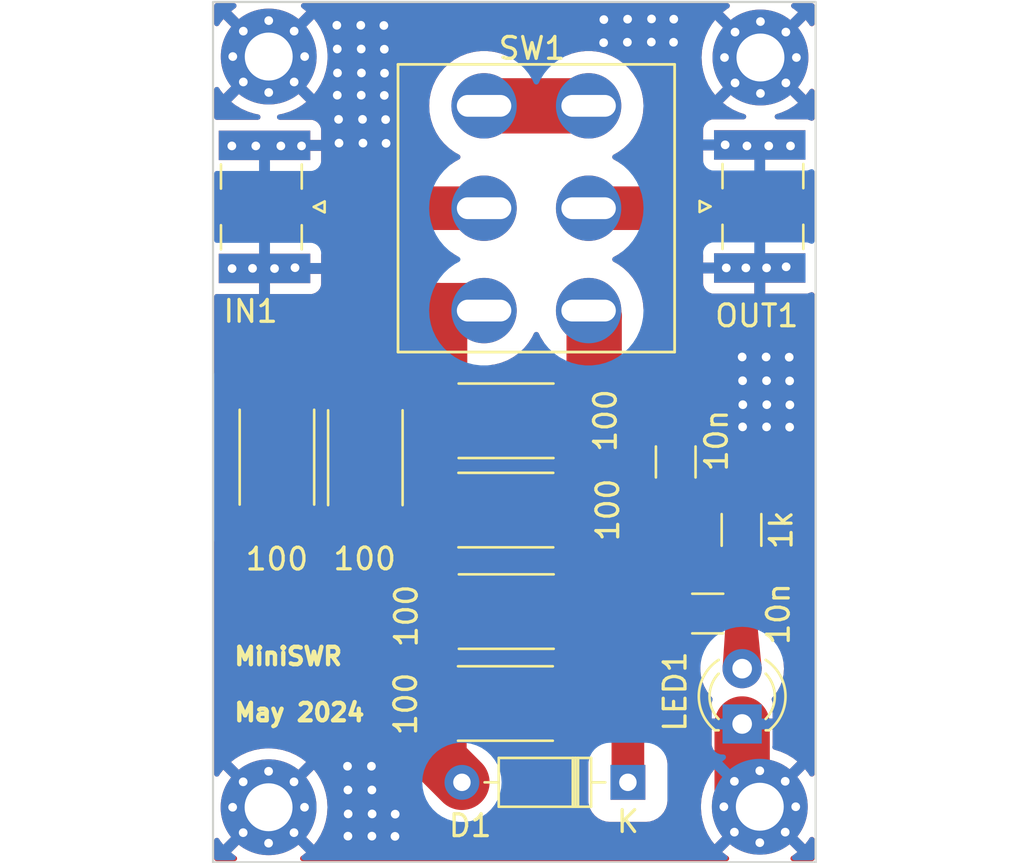
<source format=kicad_pcb>
(kicad_pcb (version 20240225) (generator "pcbnew") (generator_version "8.99")
  (layers (0 "F.Cu" signal) (31 "B.Cu" signal) (34 "B.Paste" user) (35 "F.Paste" user) (36 "B.SilkS" user "B.Silkscreen") (37 "F.SilkS" user "F.Silkscreen") (38 "B.Mask" user) (39 "F.Mask" user) (44 "Edge.Cuts" user))
  (net 0 "")
  (net 1 "Net-(D1-K)")
  (net 2 "Net-(SW1B-C)")
  (net 3 "GND")
  (net 4 "Net-(LED1-A)")
  (net 5 "Net-(D1-A)")
  (net 6 "Net-(SW1A-C)")
  (net 7 "Net-(SW1A-A)")
  (net 8 "Net-(J1-In)")
  (net 9 "Net-(J2-In)")
  (footprint "Capacitor_SMD:C_1206_3216Metric_Pad1.33x1.80mm_HandSolder" (layer "F.Cu") (at 139.33 86.36 -90)
    (property "Reference" "C1" (hide yes))
    (property "Value" "10n" (at -0.98 -1.87 90) (layer "F.SilkS"))
    (fp_line (start -0.711252 0.91) (end 0.711252 0.91) (stroke (width 0.12)) (layer "F.SilkS"))
    (fp_line (start -0.711252 -0.91) (end 0.711252 -0.91) (stroke (width 0.12)) (layer "F.SilkS"))
    (pad "1" smd roundrect (at -1.5625 0 270) (size 1.325 1.8) (layers "F.Cu" "F.Paste" "F.Mask") (roundrect_rratio 0.188679) (net 2 "Net-(SW1B-C)"))
    (pad "2" smd roundrect (at 1.5625 0 270) (size 1.325 1.8) (layers "F.Cu" "F.Paste" "F.Mask") (roundrect_rratio 0.188679) (net 1 "Net-(D1-K)"))
  )
  (footprint "MountingHole:MountingHole_2.2mm_M2_Pad_Via" (layer "F.Cu") (at 120.636726 102.213274)
    (property "Reference" "H4" (hide yes))
    (property "Value" "MountingHole_Pad" (hide yes))
    (pad "1" thru_hole circle (at -1.65 0) (size 0.7 0.7) (drill 0.4) (layers "*.Cu" "*.Mask") (net 3 "GND"))
    (pad "1" thru_hole circle (at -1.166726 -1.166726) (size 0.7 0.7) (drill 0.4) (layers "*.Cu" "*.Mask") (net 3 "GND"))
    (pad "1" thru_hole circle (at -1.166726 1.166726) (size 0.7 0.7) (drill 0.4) (layers "*.Cu" "*.Mask") (net 3 "GND"))
    (pad "1" thru_hole circle (at 0 -1.65) (size 0.7 0.7) (drill 0.4) (layers "*.Cu" "*.Mask") (net 3 "GND"))
    (pad "1" thru_hole circle (at 0 0) (size 4.4 4.4) (drill 2.2) (layers "*.Cu" "*.Mask") (net 3 "GND"))
    (pad "1" thru_hole circle (at 0 1.65) (size 0.7 0.7) (drill 0.4) (layers "*.Cu" "*.Mask") (net 3 "GND"))
    (pad "1" thru_hole circle (at 1.166726 -1.166726) (size 0.7 0.7) (drill 0.4) (layers "*.Cu" "*.Mask") (net 3 "GND"))
    (pad "1" thru_hole circle (at 1.166726 1.166726) (size 0.7 0.7) (drill 0.4) (layers "*.Cu" "*.Mask") (net 3 "GND"))
    (pad "1" thru_hole circle (at 1.65 0) (size 0.7 0.7) (drill 0.4) (layers "*.Cu" "*.Mask") (net 3 "GND"))
  )
  (footprint "Diode_THT:D_DO-35_SOD27_P7.62mm_Horizontal" (layer "F.Cu") (at 137.133984 101.07 180)
    (property "Reference" "D1" (at 7.24 -1.99 180) (layer "F.SilkS"))
    (property "Value" "1N5711" (hide yes))
    (fp_line (start 6.58 0) (end 5.93 0) (stroke (width 0.12)) (layer "F.SilkS"))
    (fp_line (start 5.93 1.12) (end 5.93 -1.12) (stroke (width 0.12)) (layer "F.SilkS"))
    (fp_line (start 5.93 -1.12) (end 1.69 -1.12) (stroke (width 0.12)) (layer "F.SilkS"))
    (fp_line (start 2.53 -1.12) (end 2.53 1.12) (stroke (width 0.12)) (layer "F.SilkS"))
    (fp_line (start 2.41 -1.12) (end 2.41 1.12) (stroke (width 0.12)) (layer "F.SilkS"))
    (fp_line (start 2.29 -1.12) (end 2.29 1.12) (stroke (width 0.12)) (layer "F.SilkS"))
    (fp_line (start 1.69 1.12) (end 5.93 1.12) (stroke (width 0.12)) (layer "F.SilkS"))
    (fp_line (start 1.69 -1.12) (end 1.69 1.12) (stroke (width 0.12)) (layer "F.SilkS"))
    (fp_line (start 1.04 0) (end 1.69 0) (stroke (width 0.12)) (layer "F.SilkS"))
    (fp_text user "K" (at 0 -1.8 180) (layer "F.SilkS"))
    (pad "1" thru_hole rect (at 0 0 180) (size 1.6 1.6) (drill 0.8) (layers "*.Cu" "*.Mask") (net 1 "Net-(D1-K)"))
    (pad "2" thru_hole oval (at 7.62 0 180) (size 1.6 1.6) (drill 0.8) (layers "*.Cu" "*.Mask") (net 5 "Net-(D1-A)"))
  )
  (footprint "footprints:MTS-203 Switch" (layer "F.Cu") (at 132.93 74.71)
    (property "Reference" "SW1" (at -0.2 -7.34 0) (layer "F.SilkS"))
    (property "Value" "SW_DPDT_x2" (hide yes))
    (fp_line (start -6.35 -6.604) (end 6.35 -6.604) (stroke (width 0.127)) (layer "F.SilkS"))
    (fp_line (start -6.35 6.604) (end -6.35 -6.604) (stroke (width 0.127)) (layer "F.SilkS"))
    (fp_line (start 6.35 -6.604) (end 6.35 6.604) (stroke (width 0.127)) (layer "F.SilkS"))
    (fp_line (start 6.35 6.604) (end -6.35 6.604) (stroke (width 0.127)) (layer "F.SilkS"))
    (pad "1" thru_hole circle (at -2.4 -4.7) (size 3 3) (drill oval 2.5 1) (layers "*.Cu" "*.Mask") (net 7 "Net-(SW1A-A)"))
    (pad "2" thru_hole circle (at -2.4 0) (size 3 3) (drill oval 2.5 1) (layers "*.Cu" "*.Mask") (net 8 "Net-(J1-In)"))
    (pad "3" thru_hole circle (at -2.4 4.7) (size 3 3) (drill oval 2.5 1) (layers "*.Cu" "*.Mask") (net 6 "Net-(SW1A-C)"))
    (pad "4" thru_hole circle (at 2.4 -4.7) (size 3 3) (drill oval 2.5 1) (layers "*.Cu" "*.Mask") (net 7 "Net-(SW1A-A)"))
    (pad "5" thru_hole circle (at 2.4 0) (size 3 3) (drill oval 2.5 1) (layers "*.Cu" "*.Mask") (net 9 "Net-(J2-In)"))
    (pad "6" thru_hole circle (at 2.4 4.7) (size 3 3) (drill oval 2.5 1) (layers "*.Cu" "*.Mask") (net 2 "Net-(SW1B-C)"))
  )
  (footprint "Resistor_SMD:R_2512_6332Metric_Pad1.40x3.35mm_HandSolder" (layer "F.Cu") (at 131.53 88.57)
    (property "Reference" "R6" (hide yes))
    (property "Value" "100" (at 4.68 -0.01 90) (layer "F.SilkS"))
    (fp_line (start -2.177064 -1.71) (end 2.177064 -1.71) (stroke (width 0.12)) (layer "F.SilkS"))
    (fp_line (start -2.177064 1.71) (end 2.177064 1.71) (stroke (width 0.12)) (layer "F.SilkS"))
    (pad "1" smd roundrect (at -3.05 0) (size 1.4 3.35) (layers "F.Cu" "F.Paste" "F.Mask") (roundrect_rratio 0.178571) (net 6 "Net-(SW1A-C)"))
    (pad "2" smd roundrect (at 3.05 0) (size 1.4 3.35) (layers "F.Cu" "F.Paste" "F.Mask") (roundrect_rratio 0.178571) (net 2 "Net-(SW1B-C)"))
  )
  (footprint "Resistor_SMD:R_2512_6332Metric_Pad1.40x3.35mm_HandSolder" (layer "F.Cu") (at 131.54 84.47)
    (property "Reference" "R3" (hide yes))
    (property "Value" "100" (at 4.56 -0.01 90) (layer "F.SilkS"))
    (fp_line (start -2.177064 -1.71) (end 2.177064 -1.71) (stroke (width 0.12)) (layer "F.SilkS"))
    (fp_line (start -2.177064 1.71) (end 2.177064 1.71) (stroke (width 0.12)) (layer "F.SilkS"))
    (pad "1" smd roundrect (at -3.05 0) (size 1.4 3.35) (layers "F.Cu" "F.Paste" "F.Mask") (roundrect_rratio 0.178571) (net 6 "Net-(SW1A-C)"))
    (pad "2" smd roundrect (at 3.05 0) (size 1.4 3.35) (layers "F.Cu" "F.Paste" "F.Mask") (roundrect_rratio 0.178571) (net 2 "Net-(SW1B-C)"))
  )
  (footprint "Resistor_SMD:R_2512_6332Metric_Pad1.40x3.35mm_HandSolder" (layer "F.Cu") (at 131.51 97.45 180)
    (property "Reference" "R7" (hide yes))
    (property "Value" "100" (at 4.58 -0.02 -90) (layer "F.SilkS"))
    (fp_line (start -2.177064 1.71) (end 2.177064 1.71) (stroke (width 0.12)) (layer "F.SilkS"))
    (fp_line (start -2.177064 -1.71) (end 2.177064 -1.71) (stroke (width 0.12)) (layer "F.SilkS"))
    (pad "1" smd roundrect (at -3.05 0 180) (size 1.4 3.35) (layers "F.Cu" "F.Paste" "F.Mask") (roundrect_rratio 0.178571) (net 3 "GND"))
    (pad "2" smd roundrect (at 3.05 0 180) (size 1.4 3.35) (layers "F.Cu" "F.Paste" "F.Mask") (roundrect_rratio 0.178571) (net 5 "Net-(D1-A)"))
  )
  (footprint "MountingHole:MountingHole_2.2mm_M2_Pad_Via" (layer "F.Cu") (at 143.19 102.19)
    (property "Reference" "H3" (hide yes))
    (property "Value" "MountingHole_Pad" (hide yes))
    (pad "1" thru_hole circle (at -1.65 0) (size 0.7 0.7) (drill 0.4) (layers "*.Cu" "*.Mask") (net 3 "GND"))
    (pad "1" thru_hole circle (at -1.166726 -1.166726) (size 0.7 0.7) (drill 0.4) (layers "*.Cu" "*.Mask") (net 3 "GND"))
    (pad "1" thru_hole circle (at -1.166726 1.166726) (size 0.7 0.7) (drill 0.4) (layers "*.Cu" "*.Mask") (net 3 "GND"))
    (pad "1" thru_hole circle (at 0 -1.65) (size 0.7 0.7) (drill 0.4) (layers "*.Cu" "*.Mask") (net 3 "GND"))
    (pad "1" thru_hole circle (at 0 0) (size 4.4 4.4) (drill 2.2) (layers "*.Cu" "*.Mask") (net 3 "GND"))
    (pad "1" thru_hole circle (at 0 1.65) (size 0.7 0.7) (drill 0.4) (layers "*.Cu" "*.Mask") (net 3 "GND"))
    (pad "1" thru_hole circle (at 1.166726 -1.166726) (size 0.7 0.7) (drill 0.4) (layers "*.Cu" "*.Mask") (net 3 "GND"))
    (pad "1" thru_hole circle (at 1.166726 1.166726) (size 0.7 0.7) (drill 0.4) (layers "*.Cu" "*.Mask") (net 3 "GND"))
    (pad "1" thru_hole circle (at 1.65 0) (size 0.7 0.7) (drill 0.4) (layers "*.Cu" "*.Mask") (net 3 "GND"))
  )
  (footprint "Resistor_SMD:R_2512_6332Metric_Pad1.40x3.35mm_HandSolder" (layer "F.Cu") (at 125.08 86.165 90)
    (property "Reference" "R1" (hide yes))
    (property "Value" "100" (at -4.645 -0.03 180) (layer "F.SilkS"))
    (fp_line (start -2.177064 -1.71) (end 2.177064 -1.71) (stroke (width 0.12)) (layer "F.SilkS"))
    (fp_line (start -2.177064 1.71) (end 2.177064 1.71) (stroke (width 0.12)) (layer "F.SilkS"))
    (pad "1" smd roundrect (at -3.05 0 90) (size 1.4 3.35) (layers "F.Cu" "F.Paste" "F.Mask") (roundrect_rratio 0.178571) (net 5 "Net-(D1-A)"))
    (pad "2" smd roundrect (at 3.05 0 90) (size 1.4 3.35) (layers "F.Cu" "F.Paste" "F.Mask") (roundrect_rratio 0.178571) (net 6 "Net-(SW1A-C)"))
  )
  (footprint "footprints:SMA_Samtec_SMA-J-P-X-ST-EM1_EdgeMount" (layer "F.Cu") (at 143.1875 74.63 90)
    (property "Reference" "J2" (hide yes))
    (property "Value" "OUT1" (at -5.02 -0.1375 0) (layer "F.SilkS"))
    (fp_line (start 0.25 -2.76) (end -0.25 -2.76) (stroke (width 0.12)) (layer "F.SilkS"))
    (fp_line (start -0.25 -2.76) (end 0 -2.26) (stroke (width 0.12)) (layer "F.SilkS"))
    (fp_line (start 0 -2.26) (end 0.25 -2.76) (stroke (width 0.12)) (layer "F.SilkS"))
    (fp_line (start 0.84 -1.71) (end 1.95 -1.71) (stroke (width 0.12)) (layer "F.SilkS"))
    (fp_line (start -1.95 -1.71) (end -0.84 -1.71) (stroke (width 0.12)) (layer "F.SilkS"))
    (fp_line (start 0.84 2) (end 1.95 2) (stroke (width 0.12)) (layer "F.SilkS"))
    (fp_line (start -1.95 2) (end -0.84 2) (stroke (width 0.12)) (layer "F.SilkS"))
    (pad "1" smd rect (at 0 0.2 90) (size 1.27 3.6) (layers "F.Cu" "F.Paste" "F.Mask") (net 9 "Net-(J2-In)"))
    (pad "2" smd rect (at -2.825 0 90) (size 1.35 4.2) (layers "F.Cu" "F.Paste" "F.Mask") (net 3 "GND"))
    (pad "2" smd rect (at -2.825 0 90) (size 1.35 4.2) (layers "B.Cu" "B.Paste" "B.Mask") (net 3 "GND"))
    (pad "2" smd rect (at 2.825 0 90) (size 1.35 4.2) (layers "F.Cu" "F.Paste" "F.Mask") (net 3 "GND"))
    (pad "2" smd rect (at 2.825 0 90) (size 1.35 4.2) (layers "B.Cu" "B.Paste" "B.Mask") (net 3 "GND"))
  )
  (footprint "Capacitor_SMD:C_1206_3216Metric_Pad1.33x1.80mm_HandSolder" (layer "F.Cu") (at 140.8 93.32 180)
    (property "Reference" "C2" (hide yes))
    (property "Value" "10n" (at -3.24 -0.02 -90) (layer "F.SilkS"))
    (fp_line (start -0.711252 0.91) (end 0.711252 0.91) (stroke (width 0.12)) (layer "F.SilkS"))
    (fp_line (start -0.711252 -0.91) (end 0.711252 -0.91) (stroke (width 0.12)) (layer "F.SilkS"))
    (pad "1" smd roundrect (at -1.5625 0 180) (size 1.325 1.8) (layers "F.Cu" "F.Paste" "F.Mask") (roundrect_rratio 0.188679) (net 4 "Net-(LED1-A)"))
    (pad "2" smd roundrect (at 1.5625 0 180) (size 1.325 1.8) (layers "F.Cu" "F.Paste" "F.Mask") (roundrect_rratio 0.188679) (net 3 "GND"))
  )
  (footprint "MountingHole:MountingHole_2.2mm_M2_Pad_Via" (layer "F.Cu") (at 120.643274 67.746726)
    (property "Reference" "H1" (hide yes))
    (property "Value" "MountingHole_Pad" (hide yes))
    (pad "1" thru_hole circle (at -1.65 0) (size 0.7 0.7) (drill 0.4) (layers "*.Cu" "*.Mask") (net 3 "GND"))
    (pad "1" thru_hole circle (at -1.166726 -1.166726) (size 0.7 0.7) (drill 0.4) (layers "*.Cu" "*.Mask") (net 3 "GND"))
    (pad "1" thru_hole circle (at -1.166726 1.166726) (size 0.7 0.7) (drill 0.4) (layers "*.Cu" "*.Mask") (net 3 "GND"))
    (pad "1" thru_hole circle (at 0 -1.65) (size 0.7 0.7) (drill 0.4) (layers "*.Cu" "*.Mask") (net 3 "GND"))
    (pad "1" thru_hole circle (at 0 0) (size 4.4 4.4) (drill 2.2) (layers "*.Cu" "*.Mask") (net 3 "GND"))
    (pad "1" thru_hole circle (at 0 1.65) (size 0.7 0.7) (drill 0.4) (layers "*.Cu" "*.Mask") (net 3 "GND"))
    (pad "1" thru_hole circle (at 1.166726 -1.166726) (size 0.7 0.7) (drill 0.4) (layers "*.Cu" "*.Mask") (net 3 "GND"))
    (pad "1" thru_hole circle (at 1.166726 1.166726) (size 0.7 0.7) (drill 0.4) (layers "*.Cu" "*.Mask") (net 3 "GND"))
    (pad "1" thru_hole circle (at 1.65 0) (size 0.7 0.7) (drill 0.4) (layers "*.Cu" "*.Mask") (net 3 "GND"))
  )
  (footprint "LED_THT:LED_D3.0mm" (layer "F.Cu") (at 142.38 98.39 90)
    (property "Reference" "LED1" (at 1.49 -3.08 -90) (layer "F.SilkS"))
    (property "Value" "LED" (hide yes))
    (fp_line (start -0.29 -1.236) (end -0.29 -1.08) (stroke (width 0.12)) (layer "F.SilkS"))
    (fp_line (start -0.29 1.08) (end -0.29 1.236) (stroke (width 0.12)) (layer "F.SilkS"))
    (fp_arc (start -0.29 -1.235516) (mid 1.366487 -1.987659) (end 2.942335 -1.078608) (stroke (width 0.12)) (layer "F.SilkS"))
    (fp_arc (start 0.229039 -1.08) (mid 1.270117 -1.5) (end 2.31113 -1.079837) (stroke (width 0.12)) (layer "F.SilkS"))
    (fp_arc (start 2.942335 1.078608) (mid 1.366487 1.987659) (end -0.29 1.235516) (stroke (width 0.12)) (layer "F.SilkS"))
    (fp_arc (start 2.31113 1.079837) (mid 1.270117 1.5) (end 0.229039 1.08) (stroke (width 0.12)) (layer "F.SilkS"))
    (pad "1" thru_hole rect (at 0 0 90) (size 1.8 1.8) (drill 0.9) (layers "*.Cu" "*.Mask") (net 3 "GND"))
    (pad "2" thru_hole circle (at 2.54 0 90) (size 1.8 1.8) (drill 0.9) (layers "*.Cu" "*.Mask") (net 4 "Net-(LED1-A)"))
  )
  (footprint "Resistor_SMD:R_2512_6332Metric_Pad1.40x3.35mm_HandSolder" (layer "F.Cu") (at 131.55 93.23 180)
    (property "Reference" "R2" (hide yes))
    (property "Value" "100" (at 4.59 -0.2 -90) (layer "F.SilkS"))
    (fp_line (start -2.177064 1.71) (end 2.177064 1.71) (stroke (width 0.12)) (layer "F.SilkS"))
    (fp_line (start -2.177064 -1.71) (end 2.177064 -1.71) (stroke (width 0.12)) (layer "F.SilkS"))
    (pad "1" smd roundrect (at -3.05 0 180) (size 1.4 3.35) (layers "F.Cu" "F.Paste" "F.Mask") (roundrect_rratio 0.178571) (net 3 "GND"))
    (pad "2" smd roundrect (at 3.05 0 180) (size 1.4 3.35) (layers "F.Cu" "F.Paste" "F.Mask") (roundrect_rratio 0.178571) (net 5 "Net-(D1-A)"))
  )
  (footprint "Resistor_SMD:R_1206_3216Metric_Pad1.30x1.75mm_HandSolder" (layer "F.Cu") (at 142.35 89.48 90)
    (property "Reference" "R4" (hide yes))
    (property "Value" "1k" (at 0 1.82 90) (layer "F.SilkS"))
    (fp_line (start -0.727064 -0.91) (end 0.727064 -0.91) (stroke (width 0.12)) (layer "F.SilkS"))
    (fp_line (start -0.727064 0.91) (end 0.727064 0.91) (stroke (width 0.12)) (layer "F.SilkS"))
    (pad "1" smd roundrect (at -1.55 0 90) (size 1.3 1.75) (layers "F.Cu" "F.Paste" "F.Mask") (roundrect_rratio 0.192308) (net 4 "Net-(LED1-A)"))
    (pad "2" smd roundrect (at 1.55 0 90) (size 1.3 1.75) (layers "F.Cu" "F.Paste" "F.Mask") (roundrect_rratio 0.192308) (net 1 "Net-(D1-K)"))
  )
  (footprint "footprints:SMA_Samtec_SMA-J-P-X-ST-EM1_EdgeMount" (layer "F.Cu") (at 120.45 74.65 -90)
    (property "Reference" "J1" (hide yes))
    (property "Value" "IN1" (at 4.795 0.64 180) (layer "F.SilkS"))
    (fp_line (start -1.95 2) (end -0.84 2) (stroke (width 0.12)) (layer "F.SilkS"))
    (fp_line (start 0.84 2) (end 1.95 2) (stroke (width 0.12)) (layer "F.SilkS"))
    (fp_line (start -1.95 -1.71) (end -0.84 -1.71) (stroke (width 0.12)) (layer "F.SilkS"))
    (fp_line (start 0.84 -1.71) (end 1.95 -1.71) (stroke (width 0.12)) (layer "F.SilkS"))
    (fp_line (start 0 -2.26) (end 0.25 -2.76) (stroke (width 0.12)) (layer "F.SilkS"))
    (fp_line (start -0.25 -2.76) (end 0 -2.26) (stroke (width 0.12)) (layer "F.SilkS"))
    (fp_line (start 0.25 -2.76) (end -0.25 -2.76) (stroke (width 0.12)) (layer "F.SilkS"))
    (pad "1" smd rect (at 0 0.2 270) (size 1.27 3.6) (layers "F.Cu" "F.Paste" "F.Mask") (net 8 "Net-(J1-In)"))
    (pad "2" smd rect (at -2.825 0 270) (size 1.35 4.2) (layers "F.Cu" "F.Paste" "F.Mask") (net 3 "GND"))
    (pad "2" smd rect (at -2.825 0 270) (size 1.35 4.2) (layers "B.Cu" "B.Paste" "B.Mask") (net 3 "GND"))
    (pad "2" smd rect (at 2.825 0 270) (size 1.35 4.2) (layers "F.Cu" "F.Paste" "F.Mask") (net 3 "GND"))
    (pad "2" smd rect (at 2.825 0 270) (size 1.35 4.2) (layers "B.Cu" "B.Paste" "B.Mask") (net 3 "GND"))
  )
  (footprint "MountingHole:MountingHole_2.2mm_M2_Pad_Via" (layer "F.Cu") (at 143.22 67.79)
    (property "Reference" "H2" (hide yes))
    (property "Value" "MountingHole_Pad" (hide yes))
    (pad "1" thru_hole circle (at -1.65 0) (size 0.7 0.7) (drill 0.4) (layers "*.Cu" "*.Mask") (net 3 "GND"))
    (pad "1" thru_hole circle (at -1.166726 -1.166726) (size 0.7 0.7) (drill 0.4) (layers "*.Cu" "*.Mask") (net 3 "GND"))
    (pad "1" thru_hole circle (at -1.166726 1.166726) (size 0.7 0.7) (drill 0.4) (layers "*.Cu" "*.Mask") (net 3 "GND"))
    (pad "1" thru_hole circle (at 0 -1.65) (size 0.7 0.7) (drill 0.4) (layers "*.Cu" "*.Mask") (net 3 "GND"))
    (pad "1" thru_hole circle (at 0 0) (size 4.4 4.4) (drill 2.2) (layers "*.Cu" "*.Mask") (net 3 "GND"))
    (pad "1" thru_hole circle (at 0 1.65) (size 0.7 0.7) (drill 0.4) (layers "*.Cu" "*.Mask") (net 3 "GND"))
    (pad "1" thru_hole circle (at 1.166726 -1.166726) (size 0.7 0.7) (drill 0.4) (layers "*.Cu" "*.Mask") (net 3 "GND"))
    (pad "1" thru_hole circle (at 1.166726 1.166726) (size 0.7 0.7) (drill 0.4) (layers "*.Cu" "*.Mask") (net 3 "GND"))
    (pad "1" thru_hole circle (at 1.65 0) (size 0.7 0.7) (drill 0.4) (layers "*.Cu" "*.Mask") (net 3 "GND"))
  )
  (footprint "Resistor_SMD:R_2512_6332Metric_Pad1.40x3.35mm_HandSolder" (layer "F.Cu") (at 121.02 86.14 90)
    (property "Reference" "R5" (hide yes))
    (property "Value" "100" (at -4.68 0 0) (layer "F.SilkS"))
    (fp_line (start -2.177064 -1.71) (end 2.177064 -1.71) (stroke (width 0.12)) (layer "F.SilkS"))
    (fp_line (start -2.177064 1.71) (end 2.177064 1.71) (stroke (width 0.12)) (layer "F.SilkS"))
    (pad "1" smd roundrect (at -3.05 0 90) (size 1.4 3.35) (layers "F.Cu" "F.Paste" "F.Mask") (roundrect_rratio 0.178571) (net 5 "Net-(D1-A)"))
    (pad "2" smd roundrect (at 3.05 0 90) (size 1.4 3.35) (layers "F.Cu" "F.Paste" "F.Mask") (roundrect_rratio 0.178571) (net 6 "Net-(SW1A-C)"))
  )
  (gr_rect (start 118.085 65.24) (end 145.755 104.74) (stroke (width 0.1)) (fill none) (layer "Edge.Cuts"))
  (gr_text "MiniSWR\n\nMay 2024" (at 118.97 98.33 0) (layer "F.SilkS") (effects (font (size 0.8 0.8) (thickness 0.2) (bold yes)) (justify left bottom)))
  (segment (start 137.133984 90.118516) (end 139.33 87.9225) (width 1.5) (layer "F.Cu") (net 1))
  (segment (start 139.33 87.9225) (end 142.8375 87.9225) (width 1.5) (layer "F.Cu") (net 1))
  (segment (start 137.133984 101.07) (end 137.133984 90.118516) (width 1.5) (layer "F.Cu") (net 1))
  (segment (start 135.7925 84.7975) (end 135.585 84.59) (width 2) (layer "F.Cu") (net 2))
  (segment (start 135.585 84.59) (end 135.585 79.665) (width 2.54) (layer "F.Cu") (net 2))
  (segment (start 139.33 84.7975) (end 135.7925 84.7975) (width 2) (layer "F.Cu") (net 2))
  (segment (start 135.585 79.665) (end 135.33 79.41) (width 2.54) (layer "F.Cu") (net 2))
  (segment (start 134.59 84.47) (end 134.59 88.56) (width 2.54) (layer "F.Cu") (net 2))
  (segment (start 142.38 101.38) (end 143.19 102.19) (width 2.54) (layer "F.Cu") (net 3))
  (segment (start 142.38 98.39) (end 142.38 101.38) (width 2.54) (layer "F.Cu") (net 3))
  (via (at 118.96 77.48) (size 0.8) (drill 0.4) (layers "F.Cu" "B.Cu") (net 3))
  (via (at 143.5 77.45) (size 0.8) (drill 0.4) (layers "F.Cu" "B.Cu") (net 3))
  (via (at 126.01 70.64) (size 0.8) (drill 0.4) (layers "F.Cu" "B.Cu") (net 3))
  (via (at 125.36 100.33) (size 0.8) (drill 0.4) (layers "F.Cu" "B.Cu") (net 3))
  (via (at 125.38 101.42) (size 0.8) (drill 0.4) (layers "F.Cu" "B.Cu") (net 3))
  (via (at 142.41 83.73) (size 0.8) (drill 0.4) (layers "F.Cu" "B.Cu") (net 3))
  (via (at 142.38 81.54) (size 0.8) (drill 0.4) (layers "F.Cu" "B.Cu") (net 3))
  (via (at 136.02 67.11) (size 0.8) (drill 0.4) (layers "F.Cu" "B.Cu") (net 3))
  (via (at 123.87 71.72) (size 0.8) (drill 0.4) (layers "F.Cu" "B.Cu") (net 3))
  (via (at 143.51 83.73) (size 0.8) (drill 0.4) (layers "F.Cu" "B.Cu") (net 3))
  (via (at 120.05 71.85) (size 0.8) (drill 0.4) (layers "F.Cu" "B.Cu") (net 3))
  (via (at 124.89 67.4) (size 0.8) (drill 0.4) (layers "F.Cu" "B.Cu") (net 3))
  (via (at 119.9 77.47) (size 0.8) (drill 0.4) (layers "F.Cu" "B.Cu") (net 3))
  (via (at 121.2 71.85) (size 0.8) (drill 0.4) (layers "F.Cu" "B.Cu") (net 3))
  (via (at 124.89 69.52) (size 0.8) (drill 0.4) (layers "F.Cu" "B.Cu") (net 3))
  (via (at 125.38 103.54) (size 0.8) (drill 0.4) (layers "F.Cu" "B.Cu") (net 3))
  (via (at 144.4 77.4) (size 0.8) (drill 0.4) (layers "F.Cu" "B.Cu") (net 3))
  (via (at 143.5 82.63) (size 0.8) (drill 0.4) (layers "F.Cu" "B.Cu") (net 3))
  (via (at 143.6 71.85) (size 0.8) (drill 0.4) (layers "F.Cu" "B.Cu") (net 3))
  (via (at 143.48 81.54) (size 0.8) (drill 0.4) (layers "F.Cu" "B.Cu") (net 3))
  (via (at 123.79 69.52) (size 0.8) (drill 0.4) (layers "F.Cu" "B.Cu") (net 3))
  (via (at 125.95 67.41) (size 0.8) (drill 0.4) (layers "F.Cu" "B.Cu") (net 3))
  (via (at 138.21 67.08) (size 0.8) (drill 0.4) (layers "F.Cu" "B.Cu") (net 3))
  (via (at 144.54 81.55) (size 0.8) (drill 0.4) (layers "F.Cu" "B.Cu") (net 3))
  (via (at 141.6 71.8) (size 0.8) (drill 0.4) (layers "F.Cu" "B.Cu") (net 3))
  (via (at 124.87 66.31) (size 0.8) (drill 0.4) (layers "F.Cu" "B.Cu") (net 3))
  (via (at 126.45 102.53) (size 0.8) (drill 0.4) (layers "F.Cu" "B.Cu") (net 3))
  (via (at 144.57 83.74) (size 0.8) (drill 0.4) (layers "F.Cu" "B.Cu") (net 3))
  (via (at 124.95 70.63) (size 0.8) (drill 0.4) (layers "F.Cu" "B.Cu") (net 3))
  (via (at 125.95 69.53) (size 0.8) (drill 0.4) (layers "F.Cu" "B.Cu") (net 3))
  (via (at 125.96 68.51) (size 0.8) (drill 0.4) (layers "F.Cu" "B.Cu") (net 3))
  (via (at 126.44 103.55) (size 0.8) (drill 0.4) (layers "F.Cu" "B.Cu") (net 3))
  (via (at 144.6 71.85) (size 0.8) (drill 0.4) (layers "F.Cu" "B.Cu") (net 3))
  (via (at 126.03 71.73) (size 0.8) (drill 0.4) (layers "F.Cu" "B.Cu") (net 3))
  (via (at 118.95 71.85) (size 0.8) (drill 0.4) (layers "F.Cu" "B.Cu") (net 3))
  (via (at 142.4 84.75) (size 0.8) (drill 0.4) (layers "F.Cu" "B.Cu") (net 3))
  (via (at 124.28 101.42) (size 0.8) (drill 0.4) (layers "F.Cu" "B.Cu") (net 3))
  (via (at 142.55 77.45) (size 0.8) (drill 0.4) (layers "F.Cu" "B.Cu") (net 3))
  (via (at 124.97 71.72) (size 0.8) (drill 0.4) (layers "F.Cu" "B.Cu") (net 3))
  (via (at 143.5 84.75) (size 0.8) (drill 0.4) (layers "F.Cu" "B.Cu") (net 3))
  (via (at 123.79 67.4) (size 0.8) (drill 0.4) (layers "F.Cu" "B.Cu") (net 3))
  (via (at 142.6 71.85) (size 0.8) (drill 0.4) (layers "F.Cu" "B.Cu") (net 3))
  (via (at 139.23 67.09) (size 0.8) (drill 0.4) (layers "F.Cu" "B.Cu") (net 3))
  (via (at 121.85 77.44) (size 0.8) (drill 0.4) (layers "F.Cu" "B.Cu") (net 3))
  (via (at 124.28 103.54) (size 0.8) (drill 0.4) (layers "F.Cu" "B.Cu") (net 3))
  (via (at 141.65 77.45) (size 0.8) (drill 0.4) (layers "F.Cu" "B.Cu") (net 3))
  (via (at 144.56 84.76) (size 0.8) (drill 0.4) (layers "F.Cu" "B.Cu") (net 3))
  (via (at 142.4 82.63) (size 0.8) (drill 0.4) (layers "F.Cu" "B.Cu") (net 3))
  (via (at 124.26 100.33) (size 0.8) (drill 0.4) (layers "F.Cu" "B.Cu") (net 3))
  (via (at 139.24 66.03) (size 0.8) (drill 0.4) (layers "F.Cu" "B.Cu") (net 3))
  (via (at 144.56 82.64) (size 0.8) (drill 0.4) (layers "F.Cu" "B.Cu") (net 3))
  (via (at 123.85 70.63) (size 0.8) (drill 0.4) (layers "F.Cu" "B.Cu") (net 3))
  (via (at 125.39 102.52) (size 0.8) (drill 0.4) (layers "F.Cu" "B.Cu") (net 3))
  (via (at 122.15 71.85) (size 0.8) (drill 0.4) (layers "F.Cu" "B.Cu") (net 3))
  (via (at 120.91 77.48) (size 0.8) (drill 0.4) (layers "F.Cu" "B.Cu") (net 3))
  (via (at 123.77 66.31) (size 0.8) (drill 0.4) (layers "F.Cu" "B.Cu") (net 3))
  (via (at 124.9 68.5) (size 0.8) (drill 0.4) (layers "F.Cu" "B.Cu") (net 3))
  (via (at 137.12 66.03) (size 0.8) (drill 0.4) (layers "F.Cu" "B.Cu") (net 3))
  (via (at 123.8 68.5) (size 0.8) (drill 0.4) (layers "F.Cu" "B.Cu") (net 3))
  (via (at 125.93 66.32) (size 0.8) (drill 0.4) (layers "F.Cu" "B.Cu") (net 3))
  (via (at 124.29 102.52) (size 0.8) (drill 0.4) (layers "F.Cu" "B.Cu") (net 3))
  (via (at 136.03 66.05) (size 0.8) (drill 0.4) (layers "F.Cu" "B.Cu") (net 3))
  (via (at 138.22 66.02) (size 0.8) (drill 0.4) (layers "F.Cu" "B.Cu") (net 3))
  (via (at 137.11 67.09) (size 0.8) (drill 0.4) (layers "F.Cu" "B.Cu") (net 3))
  (segment (start 142.35 91.03) (end 142.35 95.82) (width 1.5) (layer "F.Cu") (net 4))
  (segment (start 142.35 91.03) (end 142.35 93.3075) (width 1.5) (layer "F.Cu") (net 4))
  (segment (start 142.35 93.3075) (end 142.3625 93.32) (width 1.5) (layer "F.Cu") (net 4))
  (segment (start 124.66 89.215) (end 124.66 92.25) (width 2.54) (layer "F.Cu") (net 5))
  (segment (start 128.46 100.016016) (end 129.513984 101.07) (width 2.54) (layer "F.Cu") (net 5))
  (segment (start 128.5 93.23) (end 127.52 92.25) (width 2.54) (layer "F.Cu") (net 5))
  (segment (start 127.52 92.25) (end 124.66 92.25) (width 2.54) (layer "F.Cu") (net 5))
  (segment (start 125.08 89.215) (end 121.045 89.215) (width 2.54) (layer "F.Cu") (net 5))
  (segment (start 128.46 97.45) (end 128.46 100.016016) (width 2.54) (layer "F.Cu") (net 5))
  (segment (start 128.5 93.23) (end 128.5 97.41) (width 2.54) (layer "F.Cu") (net 5))
  (segment (start 126.335 79.41) (end 124.66 81.085) (width 2.54) (layer "F.Cu") (net 6))
  (segment (start 128.49 79.46) (end 128.44 79.41) (width 2.54) (layer "F.Cu") (net 6))
  (segment (start 130.53 79.41) (end 128.44 79.41) (width 2.54) (layer "F.Cu") (net 6))
  (segment (start 124.66 81.085) (end 124.66 83.115) (width 2.54) (layer "F.Cu") (net 6))
  (segment (start 128.44 79.41) (end 126.335 79.41) (width 2.54) (layer "F.Cu") (net 6))
  (segment (start 124.66 83.115) (end 120.675 83.115) (width 2.54) (layer "F.Cu") (net 6))
  (segment (start 128.49 84.47) (end 128.49 88.56) (width 2.54) (layer "F.Cu") (net 6))
  (segment (start 128.49 84.47) (end 128.49 79.46) (width 2.54) (layer "F.Cu") (net 6))
  (segment (start 130.53 70.01) (end 135.33 70.01) (width 2.54) (layer "F.Cu") (net 7))
  (segment (start 130.53 74.71) (end 120.31 74.71) (width 2) (layer "F.Cu") (net 8))
  (segment (start 135.33 74.71) (end 143.3075 74.71) (width 2) (layer "F.Cu") (net 9))
  (zone (net 3) (net_name "GND") (layer "F.Cu") (connect_pads (clearance 1.016)) (min_thickness 0.25) (fill yes (thermal_gap 0.5) (thermal_bridge_width 0.5))
    (polygon (pts (xy 118.1 65.25) (xy 118.1 104.75) (xy 145.75 104.75) (xy 145.75 65.25)))
  )
  (zone (net 3) (net_name "GND") (layer "B.Cu") (connect_pads (clearance 1.016)) (min_thickness 0.25) (fill yes (thermal_gap 0.5) (thermal_bridge_width 0.5))
    (polygon (pts (xy 118.05 65.15) (xy 118.05 104.65) (xy 145.7 104.65) (xy 145.7 65.15)))
  )
)
</source>
